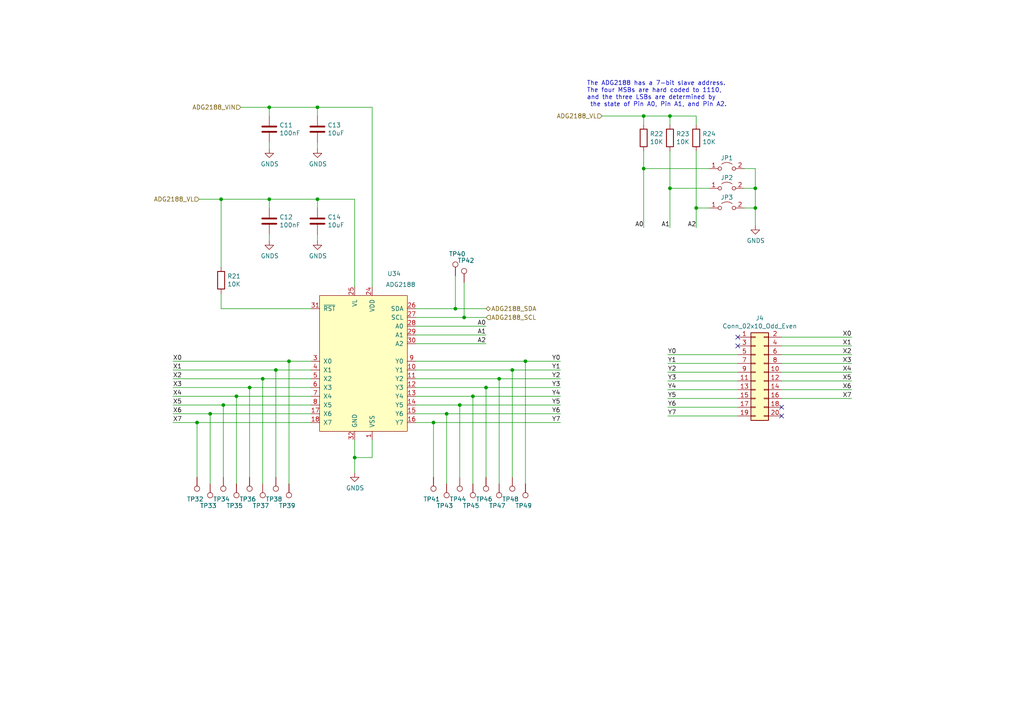
<source format=kicad_sch>
(kicad_sch (version 20211123) (generator eeschema)
  (paper "A4")
  (title_block (title "Crosspoint Keyboard Switching ") (date "2021-06-05") (rev "B") (company "Created by C Sutton"))
  (lib_symbols
    (symbol "ADG2188:ADG2188" (pin_names (offset 1.016))
      (property "Reference" "U" (at 0 11.43 0))
      (property "Value" "ADG2188" (at 0 8.89 0))
      (symbol "ADG2188_0_1"
        (rectangle (start -12.7 20.32) (end 12.7 -19.05) (fill (type background)))
      )
      (symbol "ADG2188_1_1"
        (pin power_in line (at 2.54 -21.59 90) (length 2.54) (name "VSS") (number "1"))
        (pin passive line (at 15.24 -1.27 180) (length 2.54) (name "Y1") (number "10"))
        (pin passive line (at 15.24 -3.81 180) (length 2.54) (name "Y2") (number "11"))
        (pin passive line (at 15.24 -6.35 180) (length 2.54) (name "Y3") (number "12"))
        (pin passive line (at 15.24 -8.89 180) (length 2.54) (name "Y4") (number "13"))
        (pin passive line (at 15.24 -11.43 180) (length 2.54) (name "Y5") (number "14"))
        (pin passive line (at 15.24 -13.97 180) (length 2.54) (name "Y6") (number "15"))
        (pin passive line (at 15.24 -16.51 180) (length 2.54) (name "Y7") (number "16"))
        (pin passive line (at -15.24 -13.97 0) (length 2.54) (name "X6") (number "17"))
        (pin passive line (at -15.24 -16.51 0) (length 2.54) (name "X7") (number "18"))
        (pin no_connect line (at -15.24 12.7 0) (length 2.54) hide (name "DNC") (number "19"))
        (pin no_connect line (at -15.24 8.89 0) (length 2.54) hide (name "DNC") (number "2"))
        (pin no_connect line (at -15.24 13.97 0) (length 2.54) hide (name "DNC") (number "20"))
        (pin no_connect line (at -15.24 7.62 0) (length 2.54) hide (name "DNC") (number "21"))
        (pin no_connect line (at -15.24 11.43 0) (length 2.54) hide (name "DNC") (number "22"))
        (pin no_connect line (at -15.24 10.16 0) (length 2.54) hide (name "DNC") (number "23"))
        (pin power_in line (at 2.54 22.86 270) (length 2.54) (name "VDD") (number "24"))
        (pin passive line (at -2.54 22.86 270) (length 2.54) (name "VL") (number "25"))
        (pin passive line (at 15.24 16.51 180) (length 2.54) (name "SDA") (number "26"))
        (pin passive line (at 15.24 13.97 180) (length 2.54) (name "SCL") (number "27"))
        (pin passive line (at 15.24 11.43 180) (length 2.54) (name "A0") (number "28"))
        (pin passive line (at 15.24 8.89 180) (length 2.54) (name "A1") (number "29"))
        (pin passive line (at -15.24 1.27 0) (length 2.54) (name "X0") (number "3"))
        (pin passive line (at 15.24 6.35 180) (length 2.54) (name "A2") (number "30"))
        (pin passive line (at -15.24 16.51 0) (length 2.54) (name "~{RST}") (number "31"))
        (pin power_in line (at -2.54 -21.59 90) (length 2.54) (name "GND") (number "32"))
        (pin passive line (at -2.54 -21.59 90) (length 2.54) hide (name "EP") (number "33"))
        (pin passive line (at -15.24 -1.27 0) (length 2.54) (name "X1") (number "4"))
        (pin passive line (at -15.24 -3.81 0) (length 2.54) (name "X2") (number "5"))
        (pin passive line (at -15.24 -6.35 0) (length 2.54) (name "X3") (number "6"))
        (pin passive line (at -15.24 -8.89 0) (length 2.54) (name "X4") (number "7"))
        (pin passive line (at -15.24 -11.43 0) (length 2.54) (name "X5") (number "8"))
        (pin passive line (at 15.24 1.27 180) (length 2.54) (name "Y0") (number "9"))
      )
    )
    (symbol "Connector:TestPoint" (pin_numbers hide) (pin_names (offset 0.762) hide)
      (property "Reference" "TP" (at 0 6.858 0))
      (property "Value" "TestPoint" (at 0 5.08 0))
      (symbol "TestPoint_0_1"
        (circle (center 0 3.302) (radius 0.762))
      )
      (symbol "TestPoint_1_1"
        (pin passive line (at 0 0 90) (length 2.54) (name "1") (number "1"))
      )
    )
    (symbol "Connector_Generic:Conn_02x10_Odd_Even" (pin_names (offset 1.016) hide)
      (property "Reference" "J" (at 1.27 12.7 0))
      (property "Value" "Conn_02x10_Odd_Even" (at 1.27 -15.24 0))
      (symbol "Conn_02x10_Odd_Even_1_1"
        (rectangle (start -1.27 -12.573) (end 0 -12.827) (stroke (width 0.1524)))
        (rectangle (start -1.27 -10.033) (end 0 -10.287) (stroke (width 0.1524)))
        (rectangle (start -1.27 -7.493) (end 0 -7.747) (stroke (width 0.1524)))
        (rectangle (start -1.27 -4.953) (end 0 -5.207) (stroke (width 0.1524)))
        (rectangle (start -1.27 -2.413) (end 0 -2.667) (stroke (width 0.1524)))
        (rectangle (start -1.27 0.127) (end 0 -0.127) (stroke (width 0.1524)))
        (rectangle (start -1.27 2.667) (end 0 2.413) (stroke (width 0.1524)))
        (rectangle (start -1.27 5.207) (end 0 4.953) (stroke (width 0.1524)))
        (rectangle (start -1.27 7.747) (end 0 7.493) (stroke (width 0.1524)))
        (rectangle (start -1.27 10.287) (end 0 10.033) (stroke (width 0.1524)))
        (rectangle (start -1.27 11.43) (end 3.81 -13.97) (stroke (width 0.254)) (fill (type background)))
        (rectangle (start 3.81 -12.573) (end 2.54 -12.827) (stroke (width 0.1524)))
        (rectangle (start 3.81 -10.033) (end 2.54 -10.287) (stroke (width 0.1524)))
        (rectangle (start 3.81 -7.493) (end 2.54 -7.747) (stroke (width 0.1524)))
        (rectangle (start 3.81 -4.953) (end 2.54 -5.207) (stroke (width 0.1524)))
        (rectangle (start 3.81 -2.413) (end 2.54 -2.667) (stroke (width 0.1524)))
        (rectangle (start 3.81 0.127) (end 2.54 -0.127) (stroke (width 0.1524)))
        (rectangle (start 3.81 2.667) (end 2.54 2.413) (stroke (width 0.1524)))
        (rectangle (start 3.81 5.207) (end 2.54 4.953) (stroke (width 0.1524)))
        (rectangle (start 3.81 7.747) (end 2.54 7.493) (stroke (width 0.1524)))
        (rectangle (start 3.81 10.287) (end 2.54 10.033) (stroke (width 0.1524)))
        (pin passive line (at -5.08 10.16 0) (length 3.81) (name "Pin_1") (number "1"))
        (pin passive line (at 7.62 0 180) (length 3.81) (name "Pin_10") (number "10"))
        (pin passive line (at -5.08 -2.54 0) (length 3.81) (name "Pin_11") (number "11"))
        (pin passive line (at 7.62 -2.54 180) (length 3.81) (name "Pin_12") (number "12"))
        (pin passive line (at -5.08 -5.08 0) (length 3.81) (name "Pin_13") (number "13"))
        (pin passive line (at 7.62 -5.08 180) (length 3.81) (name "Pin_14") (number "14"))
        (pin passive line (at -5.08 -7.62 0) (length 3.81) (name "Pin_15") (number "15"))
        (pin passive line (at 7.62 -7.62 180) (length 3.81) (name "Pin_16") (number "16"))
        (pin passive line (at -5.08 -10.16 0) (length 3.81) (name "Pin_17") (number "17"))
        (pin passive line (at 7.62 -10.16 180) (length 3.81) (name "Pin_18") (number "18"))
        (pin passive line (at -5.08 -12.7 0) (length 3.81) (name "Pin_19") (number "19"))
        (pin passive line (at 7.62 10.16 180) (length 3.81) (name "Pin_2") (number "2"))
        (pin passive line (at 7.62 -12.7 180) (length 3.81) (name "Pin_20") (number "20"))
        (pin passive line (at -5.08 7.62 0) (length 3.81) (name "Pin_3") (number "3"))
        (pin passive line (at 7.62 7.62 180) (length 3.81) (name "Pin_4") (number "4"))
        (pin passive line (at -5.08 5.08 0) (length 3.81) (name "Pin_5") (number "5"))
        (pin passive line (at 7.62 5.08 180) (length 3.81) (name "Pin_6") (number "6"))
        (pin passive line (at -5.08 2.54 0) (length 3.81) (name "Pin_7") (number "7"))
        (pin passive line (at 7.62 2.54 180) (length 3.81) (name "Pin_8") (number "8"))
        (pin passive line (at -5.08 0 0) (length 3.81) (name "Pin_9") (number "9"))
      )
    )
    (symbol "Device:C" (pin_numbers hide) (pin_names (offset 0.254))
      (property "Reference" "C" (at 0.635 2.54 0))
      (property "Value" "C" (at 0.635 -2.54 0))
      (symbol "C_0_1"
        (polyline (pts (xy -2.032 -0.762) (xy 2.032 -0.762)) (stroke (width 0.508)))
        (polyline (pts (xy -2.032 0.762) (xy 2.032 0.762)) (stroke (width 0.508)))
      )
      (symbol "C_1_1"
        (pin passive line (at 0 3.81 270) (length 2.794) (name "~") (number "1"))
        (pin passive line (at 0 -3.81 90) (length 2.794) (name "~") (number "2"))
      )
    )
    (symbol "Device:R" (pin_numbers hide) (pin_names (offset 0))
      (property "Reference" "R" (at 2.032 0 90))
      (property "Value" "R" (at 0 0 90))
      (symbol "R_0_1"
        (rectangle (start -1.016 -2.54) (end 1.016 2.54) (stroke (width 0.254)))
      )
      (symbol "R_1_1"
        (pin passive line (at 0 3.81 270) (length 1.27) (name "~") (number "1"))
        (pin passive line (at 0 -3.81 90) (length 1.27) (name "~") (number "2"))
      )
    )
    (symbol "Jumper:Jumper_2_Open" (pin_names (offset 0) hide)
      (property "Reference" "JP" (at 0 2.794 0))
      (property "Value" "Jumper_2_Open" (at 0 -2.286 0))
      (symbol "Jumper_2_Open_0_0"
        (circle (center -2.032 0) (radius 0.508))
        (circle (center 2.032 0) (radius 0.508))
      )
      (symbol "Jumper_2_Open_0_1"
        (arc (start 1.524 1.27) (mid 0 1.778) (end -1.524 1.27))
      )
      (symbol "Jumper_2_Open_1_1"
        (pin passive line (at -5.08 0 0) (length 2.54) (name "A") (number "1"))
        (pin passive line (at 5.08 0 180) (length 2.54) (name "B") (number "2"))
      )
    )
    (symbol "power:GNDS" (power) (pin_names (offset 0))
      (property "Value" "GNDS" (at 0 -3.81 0))
      (symbol "GNDS_0_1"
        (polyline (pts (xy 0 0) (xy 0 -1.27) (xy 1.27 -1.27) (xy 0 -2.54) (xy -1.27 -1.27) (xy 0 -1.27)))
      )
      (symbol "GNDS_1_1"
        (pin power_in line (at 0 0 270) (length 0) hide (name "GNDS") (number "1"))
      )
    )
  )
  (junction (at 64.135 57.785))
  (junction (at 125.73 122.555))
  (junction (at 64.77 117.475))
  (junction (at 152.4 104.775))
  (junction (at 57.15 122.555))
  (junction (at 129.54 120.015))
  (junction (at 83.82 104.775))
  (junction (at 78.105 57.785))
  (junction (at 133.35 117.475))
  (junction (at 68.58 114.935))
  (junction (at 186.69 33.655))
  (junction (at 137.16 114.935))
  (junction (at 186.69 48.895))
  (junction (at 72.39 112.395))
  (junction (at 194.31 33.655))
  (junction (at 78.105 31.115))
  (junction (at 144.78 109.855))
  (junction (at 194.31 54.61))
  (junction (at 148.59 107.315))
  (junction (at 92.075 57.785))
  (junction (at 132.08 89.535))
  (junction (at 219.075 60.325))
  (junction (at 134.62 92.075))
  (junction (at 219.075 54.61))
  (junction (at 76.2 109.855))
  (junction (at 60.96 120.015))
  (junction (at 140.97 112.395))
  (junction (at 102.87 132.715))
  (junction (at 92.075 31.115))
  (junction (at 201.93 60.325))
  (junction (at 80.01 107.315))
  (no_connect (at 213.995 100.33))
  (no_connect (at 226.695 118.11))
  (no_connect (at 213.995 97.79))
  (no_connect (at 226.695 120.65))
  (wire (pts (xy 60.96 120.015) (xy 90.17 120.015)))
  (wire (pts (xy 144.78 109.855) (xy 144.78 140.335)))
  (wire (pts (xy 78.105 31.115) (xy 69.85 31.115)))
  (wire (pts (xy 194.31 33.655) (xy 194.31 36.195)))
  (wire (pts (xy 134.62 92.075) (xy 134.62 81.915)))
  (wire (pts (xy 125.73 122.555) (xy 120.65 122.555)))
  (wire (pts (xy 193.675 102.87) (xy 213.995 102.87)))
  (wire (pts (xy 107.95 132.715) (xy 102.87 132.715)))
  (wire (pts (xy 78.105 41.275) (xy 78.105 43.18)))
  (wire (pts (xy 50.165 107.315) (xy 80.01 107.315)))
  (wire (pts (xy 120.65 120.015) (xy 129.54 120.015)))
  (wire (pts (xy 120.65 114.935) (xy 137.16 114.935)))
  (wire (pts (xy 102.87 127.635) (xy 102.87 132.715)))
  (wire (pts (xy 215.9 54.61) (xy 219.075 54.61)))
  (wire (pts (xy 50.165 117.475) (xy 64.77 117.475)))
  (wire (pts (xy 226.695 100.33) (xy 247.015 100.33)))
  (wire (pts (xy 215.9 48.895) (xy 219.075 48.895)))
  (wire (pts (xy 193.675 105.41) (xy 213.995 105.41)))
  (wire (pts (xy 120.65 112.395) (xy 140.97 112.395)))
  (wire (pts (xy 125.73 122.555) (xy 125.73 138.43)))
  (wire (pts (xy 194.31 54.61) (xy 194.31 66.04)))
  (wire (pts (xy 68.58 114.935) (xy 90.17 114.935)))
  (wire (pts (xy 68.58 114.935) (xy 68.58 140.335)))
  (wire (pts (xy 50.165 109.855) (xy 76.2 109.855)))
  (wire (pts (xy 226.695 107.95) (xy 247.015 107.95)))
  (wire (pts (xy 83.82 104.775) (xy 90.17 104.775)))
  (wire (pts (xy 64.135 57.785) (xy 57.785 57.785)))
  (wire (pts (xy 193.675 107.95) (xy 213.995 107.95)))
  (wire (pts (xy 57.15 122.555) (xy 50.165 122.555)))
  (wire (pts (xy 107.95 127.635) (xy 107.95 132.715)))
  (wire (pts (xy 201.93 60.325) (xy 201.93 66.04)))
  (wire (pts (xy 201.93 36.195) (xy 201.93 33.655)))
  (wire (pts (xy 219.075 48.895) (xy 219.075 54.61)))
  (wire (pts (xy 132.08 89.535) (xy 132.08 80.01)))
  (wire (pts (xy 92.075 31.115) (xy 78.105 31.115)))
  (wire (pts (xy 80.01 107.315) (xy 90.17 107.315)))
  (wire (pts (xy 201.93 60.325) (xy 201.93 43.815)))
  (wire (pts (xy 57.15 122.555) (xy 90.17 122.555)))
  (wire (pts (xy 201.93 60.325) (xy 205.74 60.325)))
  (wire (pts (xy 152.4 104.775) (xy 162.56 104.775)))
  (wire (pts (xy 148.59 107.315) (xy 162.56 107.315)))
  (wire (pts (xy 120.65 107.315) (xy 148.59 107.315)))
  (wire (pts (xy 140.97 89.535) (xy 132.08 89.535)))
  (wire (pts (xy 102.87 57.785) (xy 102.87 83.185)))
  (wire (pts (xy 193.675 115.57) (xy 213.995 115.57)))
  (wire (pts (xy 120.65 117.475) (xy 133.35 117.475)))
  (wire (pts (xy 92.075 57.785) (xy 78.105 57.785)))
  (wire (pts (xy 129.54 120.015) (xy 162.56 120.015)))
  (wire (pts (xy 92.075 67.945) (xy 92.075 69.85)))
  (wire (pts (xy 72.39 112.395) (xy 90.17 112.395)))
  (wire (pts (xy 226.695 115.57) (xy 247.015 115.57)))
  (wire (pts (xy 92.075 33.655) (xy 92.075 31.115)))
  (wire (pts (xy 83.82 104.775) (xy 83.82 140.335)))
  (wire (pts (xy 140.97 99.695) (xy 120.65 99.695)))
  (wire (pts (xy 78.105 33.655) (xy 78.105 31.115)))
  (wire (pts (xy 201.93 33.655) (xy 194.31 33.655)))
  (wire (pts (xy 215.9 60.325) (xy 219.075 60.325)))
  (wire (pts (xy 194.31 54.61) (xy 205.74 54.61)))
  (wire (pts (xy 226.695 97.79) (xy 247.015 97.79)))
  (wire (pts (xy 57.15 122.555) (xy 57.15 138.43)))
  (wire (pts (xy 186.69 36.195) (xy 186.69 33.655)))
  (wire (pts (xy 226.695 113.03) (xy 247.015 113.03)))
  (wire (pts (xy 144.78 109.855) (xy 162.56 109.855)))
  (wire (pts (xy 226.695 102.87) (xy 247.015 102.87)))
  (wire (pts (xy 193.675 113.03) (xy 213.995 113.03)))
  (wire (pts (xy 186.69 33.655) (xy 174.625 33.655)))
  (wire (pts (xy 219.075 60.325) (xy 219.075 65.405)))
  (wire (pts (xy 140.97 92.075) (xy 134.62 92.075)))
  (wire (pts (xy 137.16 114.935) (xy 137.16 140.335)))
  (wire (pts (xy 193.675 110.49) (xy 213.995 110.49)))
  (wire (pts (xy 194.31 33.655) (xy 186.69 33.655)))
  (wire (pts (xy 137.16 114.935) (xy 162.56 114.935)))
  (wire (pts (xy 140.97 112.395) (xy 162.56 112.395)))
  (wire (pts (xy 140.97 94.615) (xy 120.65 94.615)))
  (wire (pts (xy 102.87 132.715) (xy 102.87 137.16)))
  (wire (pts (xy 186.69 48.895) (xy 186.69 66.04)))
  (wire (pts (xy 92.075 41.275) (xy 92.075 43.18)))
  (wire (pts (xy 50.165 114.935) (xy 68.58 114.935)))
  (wire (pts (xy 226.695 110.49) (xy 247.015 110.49)))
  (wire (pts (xy 64.135 57.785) (xy 64.135 77.47)))
  (wire (pts (xy 129.54 120.015) (xy 129.54 140.335)))
  (wire (pts (xy 64.135 85.09) (xy 64.135 89.535)))
  (wire (pts (xy 120.65 104.775) (xy 152.4 104.775)))
  (wire (pts (xy 80.01 107.315) (xy 80.01 138.43)))
  (wire (pts (xy 219.075 54.61) (xy 219.075 60.325)))
  (wire (pts (xy 193.675 120.65) (xy 213.995 120.65)))
  (wire (pts (xy 90.17 89.535) (xy 64.135 89.535)))
  (wire (pts (xy 50.165 112.395) (xy 72.39 112.395)))
  (wire (pts (xy 132.08 89.535) (xy 120.65 89.535)))
  (wire (pts (xy 78.105 67.945) (xy 78.105 69.85)))
  (wire (pts (xy 64.77 117.475) (xy 64.77 138.43)))
  (wire (pts (xy 133.35 117.475) (xy 133.35 138.43)))
  (wire (pts (xy 78.105 57.785) (xy 64.135 57.785)))
  (wire (pts (xy 194.31 43.815) (xy 194.31 54.61)))
  (wire (pts (xy 64.77 117.475) (xy 90.17 117.475)))
  (wire (pts (xy 107.95 31.115) (xy 92.075 31.115)))
  (wire (pts (xy 193.675 118.11) (xy 213.995 118.11)))
  (wire (pts (xy 125.73 122.555) (xy 162.56 122.555)))
  (wire (pts (xy 50.165 104.775) (xy 83.82 104.775)))
  (wire (pts (xy 76.2 109.855) (xy 76.2 140.335)))
  (wire (pts (xy 50.165 120.015) (xy 60.96 120.015)))
  (wire (pts (xy 78.105 60.325) (xy 78.105 57.785)))
  (wire (pts (xy 148.59 107.315) (xy 148.59 138.43)))
  (wire (pts (xy 152.4 104.775) (xy 152.4 140.335)))
  (wire (pts (xy 107.95 31.115) (xy 107.95 83.185)))
  (wire (pts (xy 140.97 97.155) (xy 120.65 97.155)))
  (wire (pts (xy 120.65 109.855) (xy 144.78 109.855)))
  (wire (pts (xy 140.97 112.395) (xy 140.97 138.43)))
  (wire (pts (xy 102.87 57.785) (xy 92.075 57.785)))
  (wire (pts (xy 186.69 43.815) (xy 186.69 48.895)))
  (wire (pts (xy 72.39 112.395) (xy 72.39 138.43)))
  (wire (pts (xy 134.62 92.075) (xy 120.65 92.075)))
  (wire (pts (xy 133.35 117.475) (xy 162.56 117.475)))
  (wire (pts (xy 226.695 105.41) (xy 247.015 105.41)))
  (wire (pts (xy 60.96 120.015) (xy 60.96 140.335)))
  (wire (pts (xy 186.69 48.895) (xy 205.74 48.895)))
  (wire (pts (xy 76.2 109.855) (xy 90.17 109.855)))
  (wire (pts (xy 92.075 60.325) (xy 92.075 57.785)))
  (text "The ADG2188 has a 7-bit slave address. \nThe four MSBs are hard coded to 1110, \nand the three LSBs are determined by\n the state of Pin A0, Pin A1, and Pin A2." (at 170.18 31.115 0) (effects (font (size 1.27 1.27)) (justify left bottom)))
  (label "Y3" (at 162.56 112.395 180))
  (label "X5" (at 50.165 117.475 0))
  (label "Y1" (at 162.56 107.315 180))
  (label "Y2" (at 162.56 109.855 180))
  (label "Y3" (at 193.675 110.49 0))
  (label "X2" (at 50.165 109.855 0))
  (label "A0" (at 140.97 94.615 180))
  (label "X1" (at 247.015 100.33 180))
  (label "X7" (at 247.015 115.57 180))
  (label "Y0" (at 162.56 104.775 180))
  (label "Y4" (at 162.56 114.935 180))
  (label "A2" (at 201.93 66.04 180))
  (label "Y4" (at 193.675 113.03 0))
  (label "A2" (at 140.97 99.695 180))
  (label "X1" (at 50.165 107.315 0))
  (label "Y7" (at 193.675 120.65 0))
  (label "X3" (at 50.165 112.395 0))
  (label "X2" (at 247.015 102.87 180))
  (label "X6" (at 50.165 120.015 0))
  (label "A0" (at 186.69 66.04 180))
  (label "X4" (at 247.015 107.95 180))
  (label "Y0" (at 193.675 102.87 0))
  (label "X5" (at 247.015 110.49 180))
  (label "X6" (at 247.015 113.03 180))
  (label "A1" (at 194.31 66.04 180))
  (label "Y5" (at 162.56 117.475 180))
  (label "X4" (at 50.165 114.935 0))
  (label "Y2" (at 193.675 107.95 0))
  (label "Y6" (at 193.675 118.11 0))
  (label "Y5" (at 193.675 115.57 0))
  (label "Y1" (at 193.675 105.41 0))
  (label "X0" (at 247.015 97.79 180))
  (label "X7" (at 50.165 122.555 0))
  (label "A1" (at 140.97 97.155 180))
  (label "Y7" (at 162.56 122.555 180))
  (label "X3" (at 247.015 105.41 180))
  (label "Y6" (at 162.56 120.015 180))
  (label "X0" (at 50.165 104.775 0))
  (hierarchical_label "ADG2188_SCL" (shape input) (at 140.97 92.075 0))
  (hierarchical_label "ADG2188_VL" (shape input) (at 57.785 57.785 180))
  (hierarchical_label "ADG2188_VIN" (shape input) (at 69.85 31.115 180))
  (hierarchical_label "ADG2188_VL" (shape input) (at 174.625 33.655 180))
  (hierarchical_label "ADG2188_SDA" (shape bidirectional) (at 140.97 89.535 0))
  (symbol (lib_id "ADG2188:ADG2188") (at 105.41 106.045 0) (unit 1)
    (property "Reference" "U34" (at 114.3 79.375 0))
    (property "Value" "ADG2188" (at 116.205 82.55 0))
    (property "Footprint" "Package_DFN_QFN:QFN-32-1EP_5x5mm_P0.5mm_EP3.1x3.1mm_ThermalVias" (effects hide))
    (property "Datasheet" "https://www.analog.com/media/en/technical-documentation/data-sheets/ADG2188.pdf" (effects hide))
  )
  (symbol (lib_id "Connector_Generic:Conn_02x10_Odd_Even") (at 219.075 107.95 0) (unit 1)
    (property "Reference" "J4" (at 220.345 92.2782 0))
    (property "Value" "Conn_02x10_Odd_Even" (at 220.345 94.5896 0))
    (property "Footprint" "Connector_IDC:IDC-Header_2x10_P2.54mm_Horizontal" (effects hide))
  )
  (symbol (lib_id "Jumper:Jumper_2_Open") (at 210.82 48.895 0) (unit 1)
    (property "Reference" "JP1" (at 210.82 45.8216 0))
    (property "Value" "Jumper_NC_Small" (effects hide))
    (property "Footprint" "Jumper:SolderJumper-2_P1.3mm_Bridged_RoundedPad1.0x1.5mm" (effects hide))
  )
  (symbol (lib_id "Jumper:Jumper_2_Open") (at 210.82 54.61 0) (unit 1)
    (property "Reference" "JP2" (at 210.82 51.5366 0))
    (property "Value" "Jumper_NC_Small" (effects hide))
    (property "Footprint" "Jumper:SolderJumper-2_P1.3mm_Bridged_RoundedPad1.0x1.5mm" (effects hide))
  )
  (symbol (lib_id "Jumper:Jumper_2_Open") (at 210.82 60.325 0) (unit 1)
    (property "Reference" "JP3" (at 210.82 57.2516 0))
    (property "Value" "Jumper_NC_Small" (effects hide))
    (property "Footprint" "Jumper:SolderJumper-2_P1.3mm_Bridged_RoundedPad1.0x1.5mm" (effects hide))
  )
  (symbol (lib_id "power:GNDS") (at 102.87 137.16 0) (unit 1)
    (property "Reference" "#PWR021" (effects hide))
    (property "Value" "GNDS" (at 102.997 141.5542 0))
  )
  (symbol (lib_id "Device:C") (at 78.105 37.465 0) (unit 1)
    (property "Reference" "C11" (at 81.026 36.2966 0) (effects (justify left)))
    (property "Value" "100nF" (at 81.026 38.608 0) (effects (justify left)))
    (property "Footprint" "Capacitor_SMD:C_0805_2012Metric_Pad1.18x1.45mm_HandSolder" (effects hide))
  )
  (symbol (lib_id "power:GNDS") (at 78.105 43.18 0) (unit 1)
    (property "Reference" "#PWR017" (effects hide))
    (property "Value" "GNDS" (at 78.232 47.5742 0))
  )
  (symbol (lib_id "Device:C") (at 92.075 37.465 0) (unit 1)
    (property "Reference" "C13" (at 94.996 36.2966 0) (effects (justify left)))
    (property "Value" "10uF" (at 94.996 38.608 0) (effects (justify left)))
    (property "Footprint" "Capacitor_SMD:C_0805_2012Metric_Pad1.18x1.45mm_HandSolder" (effects hide))
  )
  (symbol (lib_id "power:GNDS") (at 92.075 43.18 0) (unit 1)
    (property "Reference" "#PWR019" (effects hide))
    (property "Value" "GNDS" (at 92.202 47.5742 0))
  )
  (symbol (lib_id "Device:C") (at 78.105 64.135 0) (unit 1)
    (property "Reference" "C12" (at 81.026 62.9666 0) (effects (justify left)))
    (property "Value" "100nF" (at 81.026 65.278 0) (effects (justify left)))
    (property "Footprint" "Capacitor_SMD:C_0805_2012Metric_Pad1.18x1.45mm_HandSolder" (effects hide))
  )
  (symbol (lib_id "power:GNDS") (at 78.105 69.85 0) (unit 1)
    (property "Reference" "#PWR018" (effects hide))
    (property "Value" "GNDS" (at 78.232 74.2442 0))
  )
  (symbol (lib_id "Device:C") (at 92.075 64.135 0) (unit 1)
    (property "Reference" "C14" (at 94.996 62.9666 0) (effects (justify left)))
    (property "Value" "10uF" (at 94.996 65.278 0) (effects (justify left)))
    (property "Footprint" "Capacitor_SMD:C_0805_2012Metric_Pad1.18x1.45mm_HandSolder" (effects hide))
  )
  (symbol (lib_id "power:GNDS") (at 92.075 69.85 0) (unit 1)
    (property "Reference" "#PWR020" (effects hide))
    (property "Value" "GNDS" (at 92.202 74.2442 0))
  )
  (symbol (lib_id "Connector:TestPoint") (at 132.08 80.01 0) (unit 1)
    (property "Reference" "TP40" (at 130.175 73.66 0) (effects (justify left)))
    (property "Value" "TestPoint" (effects hide))
    (property "Footprint" "TestPoint:TestPoint_Pad_D1.0mm" (effects hide))
  )
  (symbol (lib_id "Connector:TestPoint") (at 134.62 81.915 0) (unit 1)
    (property "Reference" "TP42" (at 132.715 75.565 0) (effects (justify left)))
    (property "Value" "TestPoint" (effects hide))
    (property "Footprint" "TestPoint:TestPoint_Pad_D1.0mm" (effects hide))
  )
  (symbol (lib_id "Connector:TestPoint") (at 129.54 140.335 180) (unit 1)
    (property "Reference" "TP43" (at 131.445 146.685 0) (effects (justify left)))
    (property "Value" "TestPoint" (effects hide))
    (property "Footprint" "TestPoint:TestPoint_Pad_D1.0mm" (effects hide))
  )
  (symbol (lib_id "Connector:TestPoint") (at 125.73 138.43 180) (unit 1)
    (property "Reference" "TP41" (at 127.635 144.78 0) (effects (justify left)))
    (property "Value" "TestPoint" (effects hide))
    (property "Footprint" "TestPoint:TestPoint_Pad_D1.0mm" (effects hide))
  )
  (symbol (lib_id "Connector:TestPoint") (at 137.16 140.335 180) (unit 1)
    (property "Reference" "TP45" (at 139.065 146.685 0) (effects (justify left)))
    (property "Value" "TestPoint" (effects hide))
    (property "Footprint" "TestPoint:TestPoint_Pad_D1.0mm" (effects hide))
  )
  (symbol (lib_id "Connector:TestPoint") (at 133.35 138.43 180) (unit 1)
    (property "Reference" "TP44" (at 135.255 144.78 0) (effects (justify left)))
    (property "Value" "TestPoint" (effects hide))
    (property "Footprint" "TestPoint:TestPoint_Pad_D1.0mm" (effects hide))
  )
  (symbol (lib_id "Connector:TestPoint") (at 144.78 140.335 180) (unit 1)
    (property "Reference" "TP47" (at 146.685 146.685 0) (effects (justify left)))
    (property "Value" "TestPoint" (effects hide))
    (property "Footprint" "TestPoint:TestPoint_Pad_D1.0mm" (effects hide))
  )
  (symbol (lib_id "Connector:TestPoint") (at 140.97 138.43 180) (unit 1)
    (property "Reference" "TP46" (at 142.875 144.78 0) (effects (justify left)))
    (property "Value" "TestPoint" (effects hide))
    (property "Footprint" "TestPoint:TestPoint_Pad_D1.0mm" (effects hide))
  )
  (symbol (lib_id "Connector:TestPoint") (at 152.4 140.335 180) (unit 1)
    (property "Reference" "TP49" (at 154.305 146.685 0) (effects (justify left)))
    (property "Value" "TestPoint" (effects hide))
    (property "Footprint" "TestPoint:TestPoint_Pad_D1.0mm" (effects hide))
  )
  (symbol (lib_id "Connector:TestPoint") (at 148.59 138.43 180) (unit 1)
    (property "Reference" "TP48" (at 150.495 144.78 0) (effects (justify left)))
    (property "Value" "TestPoint" (effects hide))
    (property "Footprint" "TestPoint:TestPoint_Pad_D1.0mm" (effects hide))
  )
  (symbol (lib_id "Connector:TestPoint") (at 60.96 140.335 180) (unit 1)
    (property "Reference" "TP33" (at 62.865 146.685 0) (effects (justify left)))
    (property "Value" "TestPoint" (effects hide))
    (property "Footprint" "TestPoint:TestPoint_Pad_D1.0mm" (effects hide))
  )
  (symbol (lib_id "Connector:TestPoint") (at 57.15 138.43 180) (unit 1)
    (property "Reference" "TP32" (at 59.055 144.78 0) (effects (justify left)))
    (property "Value" "TestPoint" (effects hide))
    (property "Footprint" "TestPoint:TestPoint_Pad_D1.0mm" (effects hide))
  )
  (symbol (lib_id "Connector:TestPoint") (at 68.58 140.335 180) (unit 1)
    (property "Reference" "TP35" (at 70.485 146.685 0) (effects (justify left)))
    (property "Value" "TestPoint" (effects hide))
    (property "Footprint" "TestPoint:TestPoint_Pad_D1.0mm" (effects hide))
  )
  (symbol (lib_id "Connector:TestPoint") (at 64.77 138.43 180) (unit 1)
    (property "Reference" "TP34" (at 66.675 144.78 0) (effects (justify left)))
    (property "Value" "TestPoint" (effects hide))
    (property "Footprint" "TestPoint:TestPoint_Pad_D1.0mm" (effects hide))
  )
  (symbol (lib_id "Connector:TestPoint") (at 76.2 140.335 180) (unit 1)
    (property "Reference" "TP37" (at 78.105 146.685 0) (effects (justify left)))
    (property "Value" "TestPoint" (effects hide))
    (property "Footprint" "TestPoint:TestPoint_Pad_D1.0mm" (effects hide))
  )
  (symbol (lib_id "Connector:TestPoint") (at 72.39 138.43 180) (unit 1)
    (property "Reference" "TP36" (at 74.295 144.78 0) (effects (justify left)))
    (property "Value" "TestPoint" (effects hide))
    (property "Footprint" "TestPoint:TestPoint_Pad_D1.0mm" (effects hide))
  )
  (symbol (lib_id "Connector:TestPoint") (at 83.82 140.335 180) (unit 1)
    (property "Reference" "TP39" (at 85.725 146.685 0) (effects (justify left)))
    (property "Value" "TestPoint" (effects hide))
    (property "Footprint" "TestPoint:TestPoint_Pad_D1.0mm" (effects hide))
  )
  (symbol (lib_id "Connector:TestPoint") (at 80.01 138.43 180) (unit 1)
    (property "Reference" "TP38" (at 81.915 144.78 0) (effects (justify left)))
    (property "Value" "TestPoint" (effects hide))
    (property "Footprint" "TestPoint:TestPoint_Pad_D1.0mm" (effects hide))
  )
  (symbol (lib_id "Device:R") (at 64.135 81.28 0) (unit 1)
    (property "Reference" "R21" (at 65.913 80.1116 0) (effects (justify left)))
    (property "Value" "10K" (at 65.913 82.423 0) (effects (justify left)))
    (property "Footprint" "Resistor_SMD:R_0805_2012Metric_Pad1.20x1.40mm_HandSolder" (effects hide))
  )
  (symbol (lib_id "Device:R") (at 201.93 40.005 0) (unit 1)
    (property "Reference" "R24" (at 203.708 38.8366 0) (effects (justify left)))
    (property "Value" "10K" (at 203.708 41.148 0) (effects (justify left)))
    (property "Footprint" "Resistor_SMD:R_0805_2012Metric_Pad1.20x1.40mm_HandSolder" (effects hide))
  )
  (symbol (lib_id "Device:R") (at 194.31 40.005 0) (unit 1)
    (property "Reference" "R23" (at 196.088 38.8366 0) (effects (justify left)))
    (property "Value" "10K" (at 196.088 41.148 0) (effects (justify left)))
    (property "Footprint" "Resistor_SMD:R_0805_2012Metric_Pad1.20x1.40mm_HandSolder" (effects hide))
  )
  (symbol (lib_id "Device:R") (at 186.69 40.005 0) (unit 1)
    (property "Reference" "R22" (at 188.468 38.8366 0) (effects (justify left)))
    (property "Value" "10K" (at 188.468 41.148 0) (effects (justify left)))
    (property "Footprint" "Resistor_SMD:R_0805_2012Metric_Pad1.20x1.40mm_HandSolder" (effects hide))
  )
  (symbol (lib_id "power:GNDS") (at 219.075 65.405 0) (unit 1)
    (property "Reference" "#PWR022" (effects hide))
    (property "Value" "GNDS" (at 219.202 69.7992 0))
  )
)
</source>
